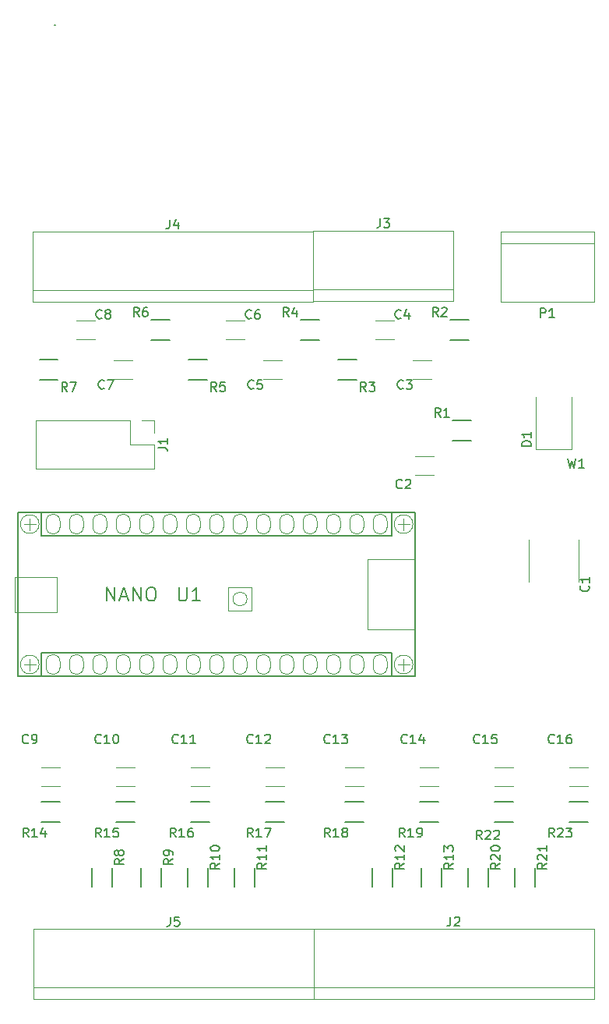
<source format=gbr>
G04 #@! TF.GenerationSoftware,KiCad,Pcbnew,5.0.2+dfsg1-1*
G04 #@! TF.CreationDate,2021-01-22T14:28:10+01:00*
G04 #@! TF.ProjectId,wat,7761742e-6b69-4636-9164-5f7063625858,rev?*
G04 #@! TF.SameCoordinates,Original*
G04 #@! TF.FileFunction,Legend,Top*
G04 #@! TF.FilePolarity,Positive*
%FSLAX46Y46*%
G04 Gerber Fmt 4.6, Leading zero omitted, Abs format (unit mm)*
G04 Created by KiCad (PCBNEW 5.0.2+dfsg1-1) date vie 22 ene 2021 14:28:10 CET*
%MOMM*%
%LPD*%
G01*
G04 APERTURE LIST*
%ADD10C,0.200000*%
%ADD11C,0.120000*%
%ADD12C,0.150000*%
%ADD13C,0.010000*%
%ADD14C,0.100000*%
G04 APERTURE END LIST*
D10*
X66268600Y-53035200D02*
X66217800Y-53035200D01*
D11*
G04 #@! TO.C,C11*
X81010000Y-135640000D02*
X83010000Y-135640000D01*
X83010000Y-133600000D02*
X81010000Y-133600000D01*
G04 #@! TO.C,J4*
X63855600Y-83032600D02*
X94335600Y-83032600D01*
X63855600Y-75412600D02*
X94335600Y-75412600D01*
X63855600Y-81762600D02*
X94335600Y-81762600D01*
X94335600Y-83032600D02*
X94335600Y-75412600D01*
X63855600Y-75412600D02*
X63855600Y-83032600D01*
G04 #@! TO.C,C1*
X117729500Y-108888500D02*
X117729500Y-113488500D01*
X123189500Y-113488500D02*
X123189500Y-108888500D01*
G04 #@! TO.C,C2*
X107426000Y-99818000D02*
X105426000Y-99818000D01*
X105426000Y-101858000D02*
X107426000Y-101858000D01*
G04 #@! TO.C,C5*
X90916000Y-89404000D02*
X88916000Y-89404000D01*
X88916000Y-91444000D02*
X90916000Y-91444000D01*
G04 #@! TO.C,C6*
X86852000Y-85086000D02*
X84852000Y-85086000D01*
X84852000Y-87126000D02*
X86852000Y-87126000D01*
G04 #@! TO.C,C7*
X74660000Y-89404000D02*
X72660000Y-89404000D01*
X72660000Y-91444000D02*
X74660000Y-91444000D01*
G04 #@! TO.C,C8*
X70596000Y-85086000D02*
X68596000Y-85086000D01*
X68596000Y-87126000D02*
X70596000Y-87126000D01*
G04 #@! TO.C,C9*
X66786000Y-133600000D02*
X64786000Y-133600000D01*
X64786000Y-135640000D02*
X66786000Y-135640000D01*
G04 #@! TO.C,C10*
X72914000Y-135640000D02*
X74914000Y-135640000D01*
X74914000Y-133600000D02*
X72914000Y-133600000D01*
G04 #@! TO.C,C12*
X91170000Y-133600000D02*
X89170000Y-133600000D01*
X89170000Y-135640000D02*
X91170000Y-135640000D01*
G04 #@! TO.C,C13*
X99806000Y-133600000D02*
X97806000Y-133600000D01*
X97806000Y-135640000D02*
X99806000Y-135640000D01*
G04 #@! TO.C,C14*
X105934000Y-135640000D02*
X107934000Y-135640000D01*
X107934000Y-133600000D02*
X105934000Y-133600000D01*
G04 #@! TO.C,C15*
X116062000Y-133600000D02*
X114062000Y-133600000D01*
X114062000Y-135640000D02*
X116062000Y-135640000D01*
G04 #@! TO.C,C16*
X122190000Y-135640000D02*
X124190000Y-135640000D01*
X124190000Y-133600000D02*
X122190000Y-133600000D01*
G04 #@! TO.C,J1*
X77022000Y-95952000D02*
X77022000Y-97282000D01*
X75692000Y-95952000D02*
X77022000Y-95952000D01*
X77022000Y-98552000D02*
X77022000Y-101152000D01*
X74422000Y-98552000D02*
X77022000Y-98552000D01*
X74422000Y-95952000D02*
X74422000Y-98552000D01*
X77022000Y-101152000D02*
X64202000Y-101152000D01*
X74422000Y-95952000D02*
X64202000Y-95952000D01*
X64202000Y-95952000D02*
X64202000Y-101152000D01*
G04 #@! TO.C,J2*
X94386400Y-158724600D02*
X124866400Y-158724600D01*
X94386400Y-151104600D02*
X124866400Y-151104600D01*
X94386400Y-157454600D02*
X124866400Y-157454600D01*
X124866400Y-158724600D02*
X124866400Y-151104600D01*
X94386400Y-151104600D02*
X94386400Y-158724600D01*
G04 #@! TO.C,J3*
X94335600Y-83007200D02*
X94335600Y-75387200D01*
X109575600Y-83007200D02*
X109575600Y-75387200D01*
X94335600Y-81737200D02*
X109575600Y-81737200D01*
X94335600Y-75387200D02*
X109575600Y-75387200D01*
X94335600Y-83007200D02*
X109575600Y-83007200D01*
G04 #@! TO.C,J5*
X63931800Y-151130000D02*
X63931800Y-158750000D01*
X94411800Y-158750000D02*
X94411800Y-151130000D01*
X63931800Y-157480000D02*
X94411800Y-157480000D01*
X63931800Y-151130000D02*
X94411800Y-151130000D01*
X63931800Y-158750000D02*
X94411800Y-158750000D01*
G04 #@! TO.C,P1*
X124841000Y-75412600D02*
X114681000Y-75412600D01*
X124841000Y-83032600D02*
X124841000Y-75412600D01*
X114681000Y-83032600D02*
X124841000Y-83032600D01*
X114681000Y-75412600D02*
X114681000Y-83032600D01*
X114681000Y-76682600D02*
X124841000Y-76682600D01*
D12*
G04 #@! TO.C,R1*
X111490000Y-98103000D02*
X109490000Y-98103000D01*
X109490000Y-95953000D02*
X111490000Y-95953000D01*
G04 #@! TO.C,R3*
X97044000Y-89349000D02*
X99044000Y-89349000D01*
X99044000Y-91499000D02*
X97044000Y-91499000D01*
G04 #@! TO.C,R4*
X92980000Y-85031000D02*
X94980000Y-85031000D01*
X94980000Y-87181000D02*
X92980000Y-87181000D01*
G04 #@! TO.C,R5*
X80788000Y-89349000D02*
X82788000Y-89349000D01*
X82788000Y-91499000D02*
X80788000Y-91499000D01*
G04 #@! TO.C,R6*
X76724000Y-85031000D02*
X78724000Y-85031000D01*
X78724000Y-87181000D02*
X76724000Y-87181000D01*
G04 #@! TO.C,R7*
X64564000Y-89349000D02*
X66564000Y-89349000D01*
X66564000Y-91499000D02*
X64564000Y-91499000D01*
G04 #@! TO.C,R8*
X70299000Y-146542000D02*
X70299000Y-144542000D01*
X72449000Y-144542000D02*
X72449000Y-146542000D01*
G04 #@! TO.C,R9*
X75633000Y-146542000D02*
X75633000Y-144542000D01*
X77783000Y-144542000D02*
X77783000Y-146542000D01*
G04 #@! TO.C,R10*
X80713000Y-146542000D02*
X80713000Y-144542000D01*
X82863000Y-144542000D02*
X82863000Y-146542000D01*
G04 #@! TO.C,R11*
X87943000Y-144542000D02*
X87943000Y-146542000D01*
X85793000Y-146542000D02*
X85793000Y-144542000D01*
G04 #@! TO.C,R12*
X100779000Y-146542000D02*
X100779000Y-144542000D01*
X102929000Y-144542000D02*
X102929000Y-146542000D01*
G04 #@! TO.C,R13*
X108263000Y-144542000D02*
X108263000Y-146542000D01*
X106113000Y-146542000D02*
X106113000Y-144542000D01*
G04 #@! TO.C,R14*
X64786000Y-137355000D02*
X66786000Y-137355000D01*
X66786000Y-139505000D02*
X64786000Y-139505000D01*
G04 #@! TO.C,R15*
X72882000Y-137355000D02*
X74882000Y-137355000D01*
X74882000Y-139505000D02*
X72882000Y-139505000D01*
G04 #@! TO.C,R16*
X83010000Y-139505000D02*
X81010000Y-139505000D01*
X81010000Y-137355000D02*
X83010000Y-137355000D01*
G04 #@! TO.C,R17*
X91170000Y-139505000D02*
X89170000Y-139505000D01*
X89170000Y-137355000D02*
X91170000Y-137355000D01*
G04 #@! TO.C,R18*
X97806000Y-137355000D02*
X99806000Y-137355000D01*
X99806000Y-139505000D02*
X97806000Y-139505000D01*
G04 #@! TO.C,R19*
X107934000Y-139505000D02*
X105934000Y-139505000D01*
X105934000Y-137355000D02*
X107934000Y-137355000D01*
G04 #@! TO.C,R20*
X113343000Y-144542000D02*
X113343000Y-146542000D01*
X111193000Y-146542000D02*
X111193000Y-144542000D01*
G04 #@! TO.C,R21*
X118423000Y-144542000D02*
X118423000Y-146542000D01*
X116273000Y-146542000D02*
X116273000Y-144542000D01*
G04 #@! TO.C,R22*
X114062000Y-137355000D02*
X116062000Y-137355000D01*
X116062000Y-139505000D02*
X114062000Y-139505000D01*
G04 #@! TO.C,R23*
X122190000Y-137355000D02*
X124190000Y-137355000D01*
X124190000Y-139505000D02*
X122190000Y-139505000D01*
D11*
G04 #@! TO.C,C3*
X105172000Y-91444000D02*
X107172000Y-91444000D01*
X107172000Y-89404000D02*
X105172000Y-89404000D01*
G04 #@! TO.C,C4*
X101108000Y-87126000D02*
X103108000Y-87126000D01*
X103108000Y-85086000D02*
X101108000Y-85086000D01*
G04 #@! TO.C,D1*
X118509500Y-99027500D02*
X118509500Y-93417500D01*
X122409500Y-99027500D02*
X122409500Y-93417500D01*
X118509500Y-99027500D02*
X122409500Y-99027500D01*
D12*
G04 #@! TO.C,R2*
X109236000Y-85031000D02*
X111236000Y-85031000D01*
X111236000Y-87181000D02*
X109236000Y-87181000D01*
D13*
G04 #@! TO.C,U1*
X105156000Y-122428000D02*
G75*
G03X105156000Y-122428000I-1016000J0D01*
G01*
X105156000Y-107188000D02*
G75*
G03X105156000Y-107188000I-1016000J0D01*
G01*
X64516000Y-107188000D02*
G75*
G03X64516000Y-107188000I-1016000J0D01*
G01*
X64516000Y-122428000D02*
G75*
G03X64516000Y-122428000I-1016000J0D01*
G01*
D12*
X64770000Y-121158000D02*
X102870000Y-121158000D01*
X64770000Y-123698000D02*
X64770000Y-121158000D01*
X102870000Y-123698000D02*
X64770000Y-123698000D01*
X102870000Y-121158000D02*
X102870000Y-123698000D01*
X102870000Y-105918000D02*
X64770000Y-105918000D01*
X102870000Y-108458000D02*
X102870000Y-105918000D01*
X64770000Y-108458000D02*
X102870000Y-108458000D01*
X64770000Y-105918000D02*
X64770000Y-108458000D01*
D13*
X104775000Y-107188000D02*
X103505000Y-107188000D01*
X104140000Y-106553000D02*
X104140000Y-107823000D01*
X104775000Y-122428000D02*
X103505000Y-122428000D01*
X104140000Y-121793000D02*
X104140000Y-123063000D01*
X64135000Y-107188000D02*
X62865000Y-107188000D01*
X63500000Y-106553000D02*
X63500000Y-107823000D01*
X64135000Y-122428000D02*
X62865000Y-122428000D01*
X63500000Y-121793000D02*
X63500000Y-123063000D01*
D12*
X105410000Y-105918000D02*
X62230000Y-105918000D01*
X105410000Y-123698000D02*
X105410000Y-105918000D01*
X62230000Y-123698000D02*
X105410000Y-123698000D01*
X62230000Y-105918000D02*
X62230000Y-123698000D01*
D13*
X100203000Y-110998000D02*
X105283000Y-110998000D01*
X100203000Y-118618000D02*
X100203000Y-110998000D01*
X105283000Y-118618000D02*
X100203000Y-118618000D01*
X105283000Y-110998000D02*
X105283000Y-118618000D01*
X87122000Y-115316000D02*
G75*
G03X87122000Y-115316000I-762000J0D01*
G01*
X87630000Y-114046000D02*
X85090000Y-114046000D01*
X87630000Y-116586000D02*
X87630000Y-114046000D01*
X85090000Y-116586000D02*
X87630000Y-116586000D01*
X85090000Y-114046000D02*
X85090000Y-116586000D01*
X61849000Y-116713000D02*
X61849000Y-112903000D01*
X66421000Y-116713000D02*
X61849000Y-116713000D01*
X66421000Y-112903000D02*
X66421000Y-116713000D01*
X61849000Y-112903000D02*
X66421000Y-112903000D01*
G04 #@! TD*
D14*
X90702600Y-122072400D02*
X90702600Y-122783600D01*
X92177400Y-122072400D02*
X92177400Y-122783600D01*
X90702600Y-122783600D02*
G75*
G03X92177400Y-122783600I737400J0D01*
G01*
X92177400Y-122072400D02*
G75*
G03X90702600Y-122072400I-737400J0D01*
G01*
X88162600Y-122072400D02*
X88162600Y-122783600D01*
X89637400Y-122072400D02*
X89637400Y-122783600D01*
X88162600Y-122783600D02*
G75*
G03X89637400Y-122783600I737400J0D01*
G01*
X89637400Y-122072400D02*
G75*
G03X88162600Y-122072400I-737400J0D01*
G01*
X85622600Y-122072400D02*
X85622600Y-122783600D01*
X87097400Y-122072400D02*
X87097400Y-122783600D01*
X85622600Y-122783600D02*
G75*
G03X87097400Y-122783600I737400J0D01*
G01*
X87097400Y-122072400D02*
G75*
G03X85622600Y-122072400I-737400J0D01*
G01*
X83082600Y-122072400D02*
X83082600Y-122783600D01*
X84557400Y-122072400D02*
X84557400Y-122783600D01*
X83082600Y-122783600D02*
G75*
G03X84557400Y-122783600I737400J0D01*
G01*
X84557400Y-122072400D02*
G75*
G03X83082600Y-122072400I-737400J0D01*
G01*
X80542600Y-122072400D02*
X80542600Y-122783600D01*
X82017400Y-122072400D02*
X82017400Y-122783600D01*
X80542600Y-122783600D02*
G75*
G03X82017400Y-122783600I737400J0D01*
G01*
X82017400Y-122072400D02*
G75*
G03X80542600Y-122072400I-737400J0D01*
G01*
X78002600Y-122072400D02*
X78002600Y-122783600D01*
X79477400Y-122072400D02*
X79477400Y-122783600D01*
X78002600Y-122783600D02*
G75*
G03X79477400Y-122783600I737400J0D01*
G01*
X79477400Y-122072400D02*
G75*
G03X78002600Y-122072400I-737400J0D01*
G01*
X75462600Y-122072400D02*
X75462600Y-122783600D01*
X76937400Y-122072400D02*
X76937400Y-122783600D01*
X75462600Y-122783600D02*
G75*
G03X76937400Y-122783600I737400J0D01*
G01*
X76937400Y-122072400D02*
G75*
G03X75462600Y-122072400I-737400J0D01*
G01*
X65302600Y-122072400D02*
X65302600Y-122783600D01*
X66777400Y-122072400D02*
X66777400Y-122783600D01*
X65302600Y-122783600D02*
G75*
G03X66777400Y-122783600I737400J0D01*
G01*
X66777400Y-122072400D02*
G75*
G03X65302600Y-122072400I-737400J0D01*
G01*
X65302600Y-106832400D02*
X65302600Y-107543600D01*
X66777400Y-106832400D02*
X66777400Y-107543600D01*
X65302600Y-107543600D02*
G75*
G03X66777400Y-107543600I737400J0D01*
G01*
X66777400Y-106832400D02*
G75*
G03X65302600Y-106832400I-737400J0D01*
G01*
X67842600Y-106832400D02*
X67842600Y-107543600D01*
X69317400Y-106832400D02*
X69317400Y-107543600D01*
X67842600Y-107543600D02*
G75*
G03X69317400Y-107543600I737400J0D01*
G01*
X69317400Y-106832400D02*
G75*
G03X67842600Y-106832400I-737400J0D01*
G01*
X70382600Y-106832400D02*
X70382600Y-107543600D01*
X71857400Y-106832400D02*
X71857400Y-107543600D01*
X70382600Y-107543600D02*
G75*
G03X71857400Y-107543600I737400J0D01*
G01*
X71857400Y-106832400D02*
G75*
G03X70382600Y-106832400I-737400J0D01*
G01*
X72922600Y-106832400D02*
X72922600Y-107543600D01*
X74397400Y-106832400D02*
X74397400Y-107543600D01*
X72922600Y-107543600D02*
G75*
G03X74397400Y-107543600I737400J0D01*
G01*
X74397400Y-106832400D02*
G75*
G03X72922600Y-106832400I-737400J0D01*
G01*
X75462600Y-106832400D02*
X75462600Y-107543600D01*
X76937400Y-106832400D02*
X76937400Y-107543600D01*
X75462600Y-107543600D02*
G75*
G03X76937400Y-107543600I737400J0D01*
G01*
X76937400Y-106832400D02*
G75*
G03X75462600Y-106832400I-737400J0D01*
G01*
X78002600Y-106832400D02*
X78002600Y-107543600D01*
X79477400Y-106832400D02*
X79477400Y-107543600D01*
X78002600Y-107543600D02*
G75*
G03X79477400Y-107543600I737400J0D01*
G01*
X79477400Y-106832400D02*
G75*
G03X78002600Y-106832400I-737400J0D01*
G01*
X80542600Y-106832400D02*
X80542600Y-107543600D01*
X82017400Y-106832400D02*
X82017400Y-107543600D01*
X80542600Y-107543600D02*
G75*
G03X82017400Y-107543600I737400J0D01*
G01*
X82017400Y-106832400D02*
G75*
G03X80542600Y-106832400I-737400J0D01*
G01*
X83082600Y-106832400D02*
X83082600Y-107543600D01*
X84557400Y-106832400D02*
X84557400Y-107543600D01*
X83082600Y-107543600D02*
G75*
G03X84557400Y-107543600I737400J0D01*
G01*
X84557400Y-106832400D02*
G75*
G03X83082600Y-106832400I-737400J0D01*
G01*
X85622600Y-106832400D02*
X85622600Y-107543600D01*
X87097400Y-106832400D02*
X87097400Y-107543600D01*
X85622600Y-107543600D02*
G75*
G03X87097400Y-107543600I737400J0D01*
G01*
X87097400Y-106832400D02*
G75*
G03X85622600Y-106832400I-737400J0D01*
G01*
X88162600Y-106832400D02*
X88162600Y-107543600D01*
X89637400Y-106832400D02*
X89637400Y-107543600D01*
X88162600Y-107543600D02*
G75*
G03X89637400Y-107543600I737400J0D01*
G01*
X89637400Y-106832400D02*
G75*
G03X88162600Y-106832400I-737400J0D01*
G01*
X90702600Y-106832400D02*
X90702600Y-107543600D01*
X92177400Y-106832400D02*
X92177400Y-107543600D01*
X90702600Y-107543600D02*
G75*
G03X92177400Y-107543600I737400J0D01*
G01*
X92177400Y-106832400D02*
G75*
G03X90702600Y-106832400I-737400J0D01*
G01*
X100862600Y-106832400D02*
X100862600Y-107543600D01*
X102337400Y-106832400D02*
X102337400Y-107543600D01*
X100862600Y-107543600D02*
G75*
G03X102337400Y-107543600I737400J0D01*
G01*
X102337400Y-106832400D02*
G75*
G03X100862600Y-106832400I-737400J0D01*
G01*
X67842600Y-122072400D02*
X67842600Y-122783600D01*
X69317400Y-122072400D02*
X69317400Y-122783600D01*
X67842600Y-122783600D02*
G75*
G03X69317400Y-122783600I737400J0D01*
G01*
X69317400Y-122072400D02*
G75*
G03X67842600Y-122072400I-737400J0D01*
G01*
X70382600Y-122072400D02*
X70382600Y-122783600D01*
X71857400Y-122072400D02*
X71857400Y-122783600D01*
X70382600Y-122783600D02*
G75*
G03X71857400Y-122783600I737400J0D01*
G01*
X71857400Y-122072400D02*
G75*
G03X70382600Y-122072400I-737400J0D01*
G01*
X72922600Y-122072400D02*
X72922600Y-122783600D01*
X74397400Y-122072400D02*
X74397400Y-122783600D01*
X72922600Y-122783600D02*
G75*
G03X74397400Y-122783600I737400J0D01*
G01*
X74397400Y-122072400D02*
G75*
G03X72922600Y-122072400I-737400J0D01*
G01*
X93242600Y-122072400D02*
X93242600Y-122783600D01*
X94717400Y-122072400D02*
X94717400Y-122783600D01*
X93242600Y-122783600D02*
G75*
G03X94717400Y-122783600I737400J0D01*
G01*
X94717400Y-122072400D02*
G75*
G03X93242600Y-122072400I-737400J0D01*
G01*
X95782600Y-122072400D02*
X95782600Y-122783600D01*
X97257400Y-122072400D02*
X97257400Y-122783600D01*
X95782600Y-122783600D02*
G75*
G03X97257400Y-122783600I737400J0D01*
G01*
X97257400Y-122072400D02*
G75*
G03X95782600Y-122072400I-737400J0D01*
G01*
X98322600Y-122072400D02*
X98322600Y-122783600D01*
X99797400Y-122072400D02*
X99797400Y-122783600D01*
X98322600Y-122783600D02*
G75*
G03X99797400Y-122783600I737400J0D01*
G01*
X99797400Y-122072400D02*
G75*
G03X98322600Y-122072400I-737400J0D01*
G01*
X100862600Y-122072400D02*
X100862600Y-122783600D01*
X102337400Y-122072400D02*
X102337400Y-122783600D01*
X100862600Y-122783600D02*
G75*
G03X102337400Y-122783600I737400J0D01*
G01*
X102337400Y-122072400D02*
G75*
G03X100862600Y-122072400I-737400J0D01*
G01*
X93242600Y-106832400D02*
X93242600Y-107543600D01*
X94717400Y-106832400D02*
X94717400Y-107543600D01*
X93242600Y-107543600D02*
G75*
G03X94717400Y-107543600I737400J0D01*
G01*
X94717400Y-106832400D02*
G75*
G03X93242600Y-106832400I-737400J0D01*
G01*
X95782600Y-106832400D02*
X95782600Y-107543600D01*
X97257400Y-106832400D02*
X97257400Y-107543600D01*
X95782600Y-107543600D02*
G75*
G03X97257400Y-107543600I737400J0D01*
G01*
X97257400Y-106832400D02*
G75*
G03X95782600Y-106832400I-737400J0D01*
G01*
X98322600Y-106832400D02*
X98322600Y-107543600D01*
X99797400Y-106832400D02*
X99797400Y-107543600D01*
X98322600Y-107543600D02*
G75*
G03X99797400Y-107543600I737400J0D01*
G01*
X99797400Y-106832400D02*
G75*
G03X98322600Y-106832400I-737400J0D01*
G01*
G04 #@! TO.C,C11*
D12*
X79621142Y-130913142D02*
X79573523Y-130960761D01*
X79430666Y-131008380D01*
X79335428Y-131008380D01*
X79192571Y-130960761D01*
X79097333Y-130865523D01*
X79049714Y-130770285D01*
X79002095Y-130579809D01*
X79002095Y-130436952D01*
X79049714Y-130246476D01*
X79097333Y-130151238D01*
X79192571Y-130056000D01*
X79335428Y-130008380D01*
X79430666Y-130008380D01*
X79573523Y-130056000D01*
X79621142Y-130103619D01*
X80573523Y-131008380D02*
X80002095Y-131008380D01*
X80287809Y-131008380D02*
X80287809Y-130008380D01*
X80192571Y-130151238D01*
X80097333Y-130246476D01*
X80002095Y-130294095D01*
X81525904Y-131008380D02*
X80954476Y-131008380D01*
X81240190Y-131008380D02*
X81240190Y-130008380D01*
X81144952Y-130151238D01*
X81049714Y-130246476D01*
X80954476Y-130294095D01*
G04 #@! TO.C,J4*
X78712266Y-74124980D02*
X78712266Y-74839266D01*
X78664647Y-74982123D01*
X78569409Y-75077361D01*
X78426552Y-75124980D01*
X78331314Y-75124980D01*
X79617028Y-74458314D02*
X79617028Y-75124980D01*
X79378933Y-74077361D02*
X79140838Y-74791647D01*
X79759885Y-74791647D01*
G04 #@! TO.C,C1*
X124241642Y-113875166D02*
X124289261Y-113922785D01*
X124336880Y-114065642D01*
X124336880Y-114160880D01*
X124289261Y-114303738D01*
X124194023Y-114398976D01*
X124098785Y-114446595D01*
X123908309Y-114494214D01*
X123765452Y-114494214D01*
X123574976Y-114446595D01*
X123479738Y-114398976D01*
X123384500Y-114303738D01*
X123336880Y-114160880D01*
X123336880Y-114065642D01*
X123384500Y-113922785D01*
X123432119Y-113875166D01*
X124336880Y-112922785D02*
X124336880Y-113494214D01*
X124336880Y-113208500D02*
X123336880Y-113208500D01*
X123479738Y-113303738D01*
X123574976Y-113398976D01*
X123622595Y-113494214D01*
G04 #@! TO.C,C2*
X103973333Y-103227142D02*
X103925714Y-103274761D01*
X103782857Y-103322380D01*
X103687619Y-103322380D01*
X103544761Y-103274761D01*
X103449523Y-103179523D01*
X103401904Y-103084285D01*
X103354285Y-102893809D01*
X103354285Y-102750952D01*
X103401904Y-102560476D01*
X103449523Y-102465238D01*
X103544761Y-102370000D01*
X103687619Y-102322380D01*
X103782857Y-102322380D01*
X103925714Y-102370000D01*
X103973333Y-102417619D01*
X104354285Y-102417619D02*
X104401904Y-102370000D01*
X104497142Y-102322380D01*
X104735238Y-102322380D01*
X104830476Y-102370000D01*
X104878095Y-102417619D01*
X104925714Y-102512857D01*
X104925714Y-102608095D01*
X104878095Y-102750952D01*
X104306666Y-103322380D01*
X104925714Y-103322380D01*
G04 #@! TO.C,C5*
X87844333Y-92432142D02*
X87796714Y-92479761D01*
X87653857Y-92527380D01*
X87558619Y-92527380D01*
X87415761Y-92479761D01*
X87320523Y-92384523D01*
X87272904Y-92289285D01*
X87225285Y-92098809D01*
X87225285Y-91955952D01*
X87272904Y-91765476D01*
X87320523Y-91670238D01*
X87415761Y-91575000D01*
X87558619Y-91527380D01*
X87653857Y-91527380D01*
X87796714Y-91575000D01*
X87844333Y-91622619D01*
X88749095Y-91527380D02*
X88272904Y-91527380D01*
X88225285Y-92003571D01*
X88272904Y-91955952D01*
X88368142Y-91908333D01*
X88606238Y-91908333D01*
X88701476Y-91955952D01*
X88749095Y-92003571D01*
X88796714Y-92098809D01*
X88796714Y-92336904D01*
X88749095Y-92432142D01*
X88701476Y-92479761D01*
X88606238Y-92527380D01*
X88368142Y-92527380D01*
X88272904Y-92479761D01*
X88225285Y-92432142D01*
G04 #@! TO.C,C6*
X87590333Y-84812142D02*
X87542714Y-84859761D01*
X87399857Y-84907380D01*
X87304619Y-84907380D01*
X87161761Y-84859761D01*
X87066523Y-84764523D01*
X87018904Y-84669285D01*
X86971285Y-84478809D01*
X86971285Y-84335952D01*
X87018904Y-84145476D01*
X87066523Y-84050238D01*
X87161761Y-83955000D01*
X87304619Y-83907380D01*
X87399857Y-83907380D01*
X87542714Y-83955000D01*
X87590333Y-84002619D01*
X88447476Y-83907380D02*
X88257000Y-83907380D01*
X88161761Y-83955000D01*
X88114142Y-84002619D01*
X88018904Y-84145476D01*
X87971285Y-84335952D01*
X87971285Y-84716904D01*
X88018904Y-84812142D01*
X88066523Y-84859761D01*
X88161761Y-84907380D01*
X88352238Y-84907380D01*
X88447476Y-84859761D01*
X88495095Y-84812142D01*
X88542714Y-84716904D01*
X88542714Y-84478809D01*
X88495095Y-84383571D01*
X88447476Y-84335952D01*
X88352238Y-84288333D01*
X88161761Y-84288333D01*
X88066523Y-84335952D01*
X88018904Y-84383571D01*
X87971285Y-84478809D01*
G04 #@! TO.C,C7*
X71588333Y-92432142D02*
X71540714Y-92479761D01*
X71397857Y-92527380D01*
X71302619Y-92527380D01*
X71159761Y-92479761D01*
X71064523Y-92384523D01*
X71016904Y-92289285D01*
X70969285Y-92098809D01*
X70969285Y-91955952D01*
X71016904Y-91765476D01*
X71064523Y-91670238D01*
X71159761Y-91575000D01*
X71302619Y-91527380D01*
X71397857Y-91527380D01*
X71540714Y-91575000D01*
X71588333Y-91622619D01*
X71921666Y-91527380D02*
X72588333Y-91527380D01*
X72159761Y-92527380D01*
G04 #@! TO.C,C8*
X71334333Y-84812142D02*
X71286714Y-84859761D01*
X71143857Y-84907380D01*
X71048619Y-84907380D01*
X70905761Y-84859761D01*
X70810523Y-84764523D01*
X70762904Y-84669285D01*
X70715285Y-84478809D01*
X70715285Y-84335952D01*
X70762904Y-84145476D01*
X70810523Y-84050238D01*
X70905761Y-83955000D01*
X71048619Y-83907380D01*
X71143857Y-83907380D01*
X71286714Y-83955000D01*
X71334333Y-84002619D01*
X71905761Y-84335952D02*
X71810523Y-84288333D01*
X71762904Y-84240714D01*
X71715285Y-84145476D01*
X71715285Y-84097857D01*
X71762904Y-84002619D01*
X71810523Y-83955000D01*
X71905761Y-83907380D01*
X72096238Y-83907380D01*
X72191476Y-83955000D01*
X72239095Y-84002619D01*
X72286714Y-84097857D01*
X72286714Y-84145476D01*
X72239095Y-84240714D01*
X72191476Y-84288333D01*
X72096238Y-84335952D01*
X71905761Y-84335952D01*
X71810523Y-84383571D01*
X71762904Y-84431190D01*
X71715285Y-84526428D01*
X71715285Y-84716904D01*
X71762904Y-84812142D01*
X71810523Y-84859761D01*
X71905761Y-84907380D01*
X72096238Y-84907380D01*
X72191476Y-84859761D01*
X72239095Y-84812142D01*
X72286714Y-84716904D01*
X72286714Y-84526428D01*
X72239095Y-84431190D01*
X72191476Y-84383571D01*
X72096238Y-84335952D01*
G04 #@! TO.C,C9*
X63333333Y-130913142D02*
X63285714Y-130960761D01*
X63142857Y-131008380D01*
X63047619Y-131008380D01*
X62904761Y-130960761D01*
X62809523Y-130865523D01*
X62761904Y-130770285D01*
X62714285Y-130579809D01*
X62714285Y-130436952D01*
X62761904Y-130246476D01*
X62809523Y-130151238D01*
X62904761Y-130056000D01*
X63047619Y-130008380D01*
X63142857Y-130008380D01*
X63285714Y-130056000D01*
X63333333Y-130103619D01*
X63809523Y-131008380D02*
X64000000Y-131008380D01*
X64095238Y-130960761D01*
X64142857Y-130913142D01*
X64238095Y-130770285D01*
X64285714Y-130579809D01*
X64285714Y-130198857D01*
X64238095Y-130103619D01*
X64190476Y-130056000D01*
X64095238Y-130008380D01*
X63904761Y-130008380D01*
X63809523Y-130056000D01*
X63761904Y-130103619D01*
X63714285Y-130198857D01*
X63714285Y-130436952D01*
X63761904Y-130532190D01*
X63809523Y-130579809D01*
X63904761Y-130627428D01*
X64095238Y-130627428D01*
X64190476Y-130579809D01*
X64238095Y-130532190D01*
X64285714Y-130436952D01*
G04 #@! TO.C,C10*
X71239142Y-130913142D02*
X71191523Y-130960761D01*
X71048666Y-131008380D01*
X70953428Y-131008380D01*
X70810571Y-130960761D01*
X70715333Y-130865523D01*
X70667714Y-130770285D01*
X70620095Y-130579809D01*
X70620095Y-130436952D01*
X70667714Y-130246476D01*
X70715333Y-130151238D01*
X70810571Y-130056000D01*
X70953428Y-130008380D01*
X71048666Y-130008380D01*
X71191523Y-130056000D01*
X71239142Y-130103619D01*
X72191523Y-131008380D02*
X71620095Y-131008380D01*
X71905809Y-131008380D02*
X71905809Y-130008380D01*
X71810571Y-130151238D01*
X71715333Y-130246476D01*
X71620095Y-130294095D01*
X72810571Y-130008380D02*
X72905809Y-130008380D01*
X73001047Y-130056000D01*
X73048666Y-130103619D01*
X73096285Y-130198857D01*
X73143904Y-130389333D01*
X73143904Y-130627428D01*
X73096285Y-130817904D01*
X73048666Y-130913142D01*
X73001047Y-130960761D01*
X72905809Y-131008380D01*
X72810571Y-131008380D01*
X72715333Y-130960761D01*
X72667714Y-130913142D01*
X72620095Y-130817904D01*
X72572476Y-130627428D01*
X72572476Y-130389333D01*
X72620095Y-130198857D01*
X72667714Y-130103619D01*
X72715333Y-130056000D01*
X72810571Y-130008380D01*
G04 #@! TO.C,C12*
X87749142Y-130913142D02*
X87701523Y-130960761D01*
X87558666Y-131008380D01*
X87463428Y-131008380D01*
X87320571Y-130960761D01*
X87225333Y-130865523D01*
X87177714Y-130770285D01*
X87130095Y-130579809D01*
X87130095Y-130436952D01*
X87177714Y-130246476D01*
X87225333Y-130151238D01*
X87320571Y-130056000D01*
X87463428Y-130008380D01*
X87558666Y-130008380D01*
X87701523Y-130056000D01*
X87749142Y-130103619D01*
X88701523Y-131008380D02*
X88130095Y-131008380D01*
X88415809Y-131008380D02*
X88415809Y-130008380D01*
X88320571Y-130151238D01*
X88225333Y-130246476D01*
X88130095Y-130294095D01*
X89082476Y-130103619D02*
X89130095Y-130056000D01*
X89225333Y-130008380D01*
X89463428Y-130008380D01*
X89558666Y-130056000D01*
X89606285Y-130103619D01*
X89653904Y-130198857D01*
X89653904Y-130294095D01*
X89606285Y-130436952D01*
X89034857Y-131008380D01*
X89653904Y-131008380D01*
G04 #@! TO.C,C13*
X96131142Y-130913142D02*
X96083523Y-130960761D01*
X95940666Y-131008380D01*
X95845428Y-131008380D01*
X95702571Y-130960761D01*
X95607333Y-130865523D01*
X95559714Y-130770285D01*
X95512095Y-130579809D01*
X95512095Y-130436952D01*
X95559714Y-130246476D01*
X95607333Y-130151238D01*
X95702571Y-130056000D01*
X95845428Y-130008380D01*
X95940666Y-130008380D01*
X96083523Y-130056000D01*
X96131142Y-130103619D01*
X97083523Y-131008380D02*
X96512095Y-131008380D01*
X96797809Y-131008380D02*
X96797809Y-130008380D01*
X96702571Y-130151238D01*
X96607333Y-130246476D01*
X96512095Y-130294095D01*
X97416857Y-130008380D02*
X98035904Y-130008380D01*
X97702571Y-130389333D01*
X97845428Y-130389333D01*
X97940666Y-130436952D01*
X97988285Y-130484571D01*
X98035904Y-130579809D01*
X98035904Y-130817904D01*
X97988285Y-130913142D01*
X97940666Y-130960761D01*
X97845428Y-131008380D01*
X97559714Y-131008380D01*
X97464476Y-130960761D01*
X97416857Y-130913142D01*
G04 #@! TO.C,C14*
X104513142Y-130913142D02*
X104465523Y-130960761D01*
X104322666Y-131008380D01*
X104227428Y-131008380D01*
X104084571Y-130960761D01*
X103989333Y-130865523D01*
X103941714Y-130770285D01*
X103894095Y-130579809D01*
X103894095Y-130436952D01*
X103941714Y-130246476D01*
X103989333Y-130151238D01*
X104084571Y-130056000D01*
X104227428Y-130008380D01*
X104322666Y-130008380D01*
X104465523Y-130056000D01*
X104513142Y-130103619D01*
X105465523Y-131008380D02*
X104894095Y-131008380D01*
X105179809Y-131008380D02*
X105179809Y-130008380D01*
X105084571Y-130151238D01*
X104989333Y-130246476D01*
X104894095Y-130294095D01*
X106322666Y-130341714D02*
X106322666Y-131008380D01*
X106084571Y-129960761D02*
X105846476Y-130675047D01*
X106465523Y-130675047D01*
G04 #@! TO.C,C15*
X112387142Y-130913142D02*
X112339523Y-130960761D01*
X112196666Y-131008380D01*
X112101428Y-131008380D01*
X111958571Y-130960761D01*
X111863333Y-130865523D01*
X111815714Y-130770285D01*
X111768095Y-130579809D01*
X111768095Y-130436952D01*
X111815714Y-130246476D01*
X111863333Y-130151238D01*
X111958571Y-130056000D01*
X112101428Y-130008380D01*
X112196666Y-130008380D01*
X112339523Y-130056000D01*
X112387142Y-130103619D01*
X113339523Y-131008380D02*
X112768095Y-131008380D01*
X113053809Y-131008380D02*
X113053809Y-130008380D01*
X112958571Y-130151238D01*
X112863333Y-130246476D01*
X112768095Y-130294095D01*
X114244285Y-130008380D02*
X113768095Y-130008380D01*
X113720476Y-130484571D01*
X113768095Y-130436952D01*
X113863333Y-130389333D01*
X114101428Y-130389333D01*
X114196666Y-130436952D01*
X114244285Y-130484571D01*
X114291904Y-130579809D01*
X114291904Y-130817904D01*
X114244285Y-130913142D01*
X114196666Y-130960761D01*
X114101428Y-131008380D01*
X113863333Y-131008380D01*
X113768095Y-130960761D01*
X113720476Y-130913142D01*
G04 #@! TO.C,C16*
X120515142Y-130913142D02*
X120467523Y-130960761D01*
X120324666Y-131008380D01*
X120229428Y-131008380D01*
X120086571Y-130960761D01*
X119991333Y-130865523D01*
X119943714Y-130770285D01*
X119896095Y-130579809D01*
X119896095Y-130436952D01*
X119943714Y-130246476D01*
X119991333Y-130151238D01*
X120086571Y-130056000D01*
X120229428Y-130008380D01*
X120324666Y-130008380D01*
X120467523Y-130056000D01*
X120515142Y-130103619D01*
X121467523Y-131008380D02*
X120896095Y-131008380D01*
X121181809Y-131008380D02*
X121181809Y-130008380D01*
X121086571Y-130151238D01*
X120991333Y-130246476D01*
X120896095Y-130294095D01*
X122324666Y-130008380D02*
X122134190Y-130008380D01*
X122038952Y-130056000D01*
X121991333Y-130103619D01*
X121896095Y-130246476D01*
X121848476Y-130436952D01*
X121848476Y-130817904D01*
X121896095Y-130913142D01*
X121943714Y-130960761D01*
X122038952Y-131008380D01*
X122229428Y-131008380D01*
X122324666Y-130960761D01*
X122372285Y-130913142D01*
X122419904Y-130817904D01*
X122419904Y-130579809D01*
X122372285Y-130484571D01*
X122324666Y-130436952D01*
X122229428Y-130389333D01*
X122038952Y-130389333D01*
X121943714Y-130436952D01*
X121896095Y-130484571D01*
X121848476Y-130579809D01*
G04 #@! TO.C,J1*
X77474380Y-98885333D02*
X78188666Y-98885333D01*
X78331523Y-98932952D01*
X78426761Y-99028190D01*
X78474380Y-99171047D01*
X78474380Y-99266285D01*
X78474380Y-97885333D02*
X78474380Y-98456761D01*
X78474380Y-98171047D02*
X77474380Y-98171047D01*
X77617238Y-98266285D01*
X77712476Y-98361523D01*
X77760095Y-98456761D01*
G04 #@! TO.C,J2*
X109243066Y-149816980D02*
X109243066Y-150531266D01*
X109195447Y-150674123D01*
X109100209Y-150769361D01*
X108957352Y-150816980D01*
X108862114Y-150816980D01*
X109671638Y-149912219D02*
X109719257Y-149864600D01*
X109814495Y-149816980D01*
X110052590Y-149816980D01*
X110147828Y-149864600D01*
X110195447Y-149912219D01*
X110243066Y-150007457D01*
X110243066Y-150102695D01*
X110195447Y-150245552D01*
X109624019Y-150816980D01*
X110243066Y-150816980D01*
G04 #@! TO.C,J3*
X101592266Y-73999580D02*
X101592266Y-74713866D01*
X101544647Y-74856723D01*
X101449409Y-74951961D01*
X101306552Y-74999580D01*
X101211314Y-74999580D01*
X101973219Y-73999580D02*
X102592266Y-73999580D01*
X102258933Y-74380533D01*
X102401790Y-74380533D01*
X102497028Y-74428152D01*
X102544647Y-74475771D01*
X102592266Y-74571009D01*
X102592266Y-74809104D01*
X102544647Y-74904342D01*
X102497028Y-74951961D01*
X102401790Y-74999580D01*
X102116076Y-74999580D01*
X102020838Y-74951961D01*
X101973219Y-74904342D01*
G04 #@! TO.C,J5*
X78788466Y-149842380D02*
X78788466Y-150556666D01*
X78740847Y-150699523D01*
X78645609Y-150794761D01*
X78502752Y-150842380D01*
X78407514Y-150842380D01*
X79740847Y-149842380D02*
X79264657Y-149842380D01*
X79217038Y-150318571D01*
X79264657Y-150270952D01*
X79359895Y-150223333D01*
X79597990Y-150223333D01*
X79693228Y-150270952D01*
X79740847Y-150318571D01*
X79788466Y-150413809D01*
X79788466Y-150651904D01*
X79740847Y-150747142D01*
X79693228Y-150794761D01*
X79597990Y-150842380D01*
X79359895Y-150842380D01*
X79264657Y-150794761D01*
X79217038Y-150747142D01*
G04 #@! TO.C,P1*
X119022904Y-84754980D02*
X119022904Y-83754980D01*
X119403857Y-83754980D01*
X119499095Y-83802600D01*
X119546714Y-83850219D01*
X119594333Y-83945457D01*
X119594333Y-84088314D01*
X119546714Y-84183552D01*
X119499095Y-84231171D01*
X119403857Y-84278790D01*
X119022904Y-84278790D01*
X120546714Y-84754980D02*
X119975285Y-84754980D01*
X120261000Y-84754980D02*
X120261000Y-83754980D01*
X120165761Y-83897838D01*
X120070523Y-83993076D01*
X119975285Y-84040695D01*
G04 #@! TO.C,R1*
X108145333Y-95580380D02*
X107812000Y-95104190D01*
X107573904Y-95580380D02*
X107573904Y-94580380D01*
X107954857Y-94580380D01*
X108050095Y-94628000D01*
X108097714Y-94675619D01*
X108145333Y-94770857D01*
X108145333Y-94913714D01*
X108097714Y-95008952D01*
X108050095Y-95056571D01*
X107954857Y-95104190D01*
X107573904Y-95104190D01*
X109097714Y-95580380D02*
X108526285Y-95580380D01*
X108812000Y-95580380D02*
X108812000Y-94580380D01*
X108716761Y-94723238D01*
X108621523Y-94818476D01*
X108526285Y-94866095D01*
G04 #@! TO.C,R3*
X100055333Y-92776380D02*
X99722000Y-92300190D01*
X99483904Y-92776380D02*
X99483904Y-91776380D01*
X99864857Y-91776380D01*
X99960095Y-91824000D01*
X100007714Y-91871619D01*
X100055333Y-91966857D01*
X100055333Y-92109714D01*
X100007714Y-92204952D01*
X99960095Y-92252571D01*
X99864857Y-92300190D01*
X99483904Y-92300190D01*
X100388666Y-91776380D02*
X101007714Y-91776380D01*
X100674380Y-92157333D01*
X100817238Y-92157333D01*
X100912476Y-92204952D01*
X100960095Y-92252571D01*
X101007714Y-92347809D01*
X101007714Y-92585904D01*
X100960095Y-92681142D01*
X100912476Y-92728761D01*
X100817238Y-92776380D01*
X100531523Y-92776380D01*
X100436285Y-92728761D01*
X100388666Y-92681142D01*
G04 #@! TO.C,R4*
X91635333Y-84658380D02*
X91302000Y-84182190D01*
X91063904Y-84658380D02*
X91063904Y-83658380D01*
X91444857Y-83658380D01*
X91540095Y-83706000D01*
X91587714Y-83753619D01*
X91635333Y-83848857D01*
X91635333Y-83991714D01*
X91587714Y-84086952D01*
X91540095Y-84134571D01*
X91444857Y-84182190D01*
X91063904Y-84182190D01*
X92492476Y-83991714D02*
X92492476Y-84658380D01*
X92254380Y-83610761D02*
X92016285Y-84325047D01*
X92635333Y-84325047D01*
G04 #@! TO.C,R5*
X83799333Y-92776380D02*
X83466000Y-92300190D01*
X83227904Y-92776380D02*
X83227904Y-91776380D01*
X83608857Y-91776380D01*
X83704095Y-91824000D01*
X83751714Y-91871619D01*
X83799333Y-91966857D01*
X83799333Y-92109714D01*
X83751714Y-92204952D01*
X83704095Y-92252571D01*
X83608857Y-92300190D01*
X83227904Y-92300190D01*
X84704095Y-91776380D02*
X84227904Y-91776380D01*
X84180285Y-92252571D01*
X84227904Y-92204952D01*
X84323142Y-92157333D01*
X84561238Y-92157333D01*
X84656476Y-92204952D01*
X84704095Y-92252571D01*
X84751714Y-92347809D01*
X84751714Y-92585904D01*
X84704095Y-92681142D01*
X84656476Y-92728761D01*
X84561238Y-92776380D01*
X84323142Y-92776380D01*
X84227904Y-92728761D01*
X84180285Y-92681142D01*
G04 #@! TO.C,R6*
X75379333Y-84658380D02*
X75046000Y-84182190D01*
X74807904Y-84658380D02*
X74807904Y-83658380D01*
X75188857Y-83658380D01*
X75284095Y-83706000D01*
X75331714Y-83753619D01*
X75379333Y-83848857D01*
X75379333Y-83991714D01*
X75331714Y-84086952D01*
X75284095Y-84134571D01*
X75188857Y-84182190D01*
X74807904Y-84182190D01*
X76236476Y-83658380D02*
X76046000Y-83658380D01*
X75950761Y-83706000D01*
X75903142Y-83753619D01*
X75807904Y-83896476D01*
X75760285Y-84086952D01*
X75760285Y-84467904D01*
X75807904Y-84563142D01*
X75855523Y-84610761D01*
X75950761Y-84658380D01*
X76141238Y-84658380D01*
X76236476Y-84610761D01*
X76284095Y-84563142D01*
X76331714Y-84467904D01*
X76331714Y-84229809D01*
X76284095Y-84134571D01*
X76236476Y-84086952D01*
X76141238Y-84039333D01*
X75950761Y-84039333D01*
X75855523Y-84086952D01*
X75807904Y-84134571D01*
X75760285Y-84229809D01*
G04 #@! TO.C,R7*
X67575333Y-92776380D02*
X67242000Y-92300190D01*
X67003904Y-92776380D02*
X67003904Y-91776380D01*
X67384857Y-91776380D01*
X67480095Y-91824000D01*
X67527714Y-91871619D01*
X67575333Y-91966857D01*
X67575333Y-92109714D01*
X67527714Y-92204952D01*
X67480095Y-92252571D01*
X67384857Y-92300190D01*
X67003904Y-92300190D01*
X67908666Y-91776380D02*
X68575333Y-91776380D01*
X68146761Y-92776380D01*
G04 #@! TO.C,R8*
X73726380Y-143530666D02*
X73250190Y-143864000D01*
X73726380Y-144102095D02*
X72726380Y-144102095D01*
X72726380Y-143721142D01*
X72774000Y-143625904D01*
X72821619Y-143578285D01*
X72916857Y-143530666D01*
X73059714Y-143530666D01*
X73154952Y-143578285D01*
X73202571Y-143625904D01*
X73250190Y-143721142D01*
X73250190Y-144102095D01*
X73154952Y-142959238D02*
X73107333Y-143054476D01*
X73059714Y-143102095D01*
X72964476Y-143149714D01*
X72916857Y-143149714D01*
X72821619Y-143102095D01*
X72774000Y-143054476D01*
X72726380Y-142959238D01*
X72726380Y-142768761D01*
X72774000Y-142673523D01*
X72821619Y-142625904D01*
X72916857Y-142578285D01*
X72964476Y-142578285D01*
X73059714Y-142625904D01*
X73107333Y-142673523D01*
X73154952Y-142768761D01*
X73154952Y-142959238D01*
X73202571Y-143054476D01*
X73250190Y-143102095D01*
X73345428Y-143149714D01*
X73535904Y-143149714D01*
X73631142Y-143102095D01*
X73678761Y-143054476D01*
X73726380Y-142959238D01*
X73726380Y-142768761D01*
X73678761Y-142673523D01*
X73631142Y-142625904D01*
X73535904Y-142578285D01*
X73345428Y-142578285D01*
X73250190Y-142625904D01*
X73202571Y-142673523D01*
X73154952Y-142768761D01*
G04 #@! TO.C,R9*
X79060380Y-143530666D02*
X78584190Y-143864000D01*
X79060380Y-144102095D02*
X78060380Y-144102095D01*
X78060380Y-143721142D01*
X78108000Y-143625904D01*
X78155619Y-143578285D01*
X78250857Y-143530666D01*
X78393714Y-143530666D01*
X78488952Y-143578285D01*
X78536571Y-143625904D01*
X78584190Y-143721142D01*
X78584190Y-144102095D01*
X79060380Y-143054476D02*
X79060380Y-142864000D01*
X79012761Y-142768761D01*
X78965142Y-142721142D01*
X78822285Y-142625904D01*
X78631809Y-142578285D01*
X78250857Y-142578285D01*
X78155619Y-142625904D01*
X78108000Y-142673523D01*
X78060380Y-142768761D01*
X78060380Y-142959238D01*
X78108000Y-143054476D01*
X78155619Y-143102095D01*
X78250857Y-143149714D01*
X78488952Y-143149714D01*
X78584190Y-143102095D01*
X78631809Y-143054476D01*
X78679428Y-142959238D01*
X78679428Y-142768761D01*
X78631809Y-142673523D01*
X78584190Y-142625904D01*
X78488952Y-142578285D01*
G04 #@! TO.C,R10*
X84140380Y-144006857D02*
X83664190Y-144340190D01*
X84140380Y-144578285D02*
X83140380Y-144578285D01*
X83140380Y-144197333D01*
X83188000Y-144102095D01*
X83235619Y-144054476D01*
X83330857Y-144006857D01*
X83473714Y-144006857D01*
X83568952Y-144054476D01*
X83616571Y-144102095D01*
X83664190Y-144197333D01*
X83664190Y-144578285D01*
X84140380Y-143054476D02*
X84140380Y-143625904D01*
X84140380Y-143340190D02*
X83140380Y-143340190D01*
X83283238Y-143435428D01*
X83378476Y-143530666D01*
X83426095Y-143625904D01*
X83140380Y-142435428D02*
X83140380Y-142340190D01*
X83188000Y-142244952D01*
X83235619Y-142197333D01*
X83330857Y-142149714D01*
X83521333Y-142102095D01*
X83759428Y-142102095D01*
X83949904Y-142149714D01*
X84045142Y-142197333D01*
X84092761Y-142244952D01*
X84140380Y-142340190D01*
X84140380Y-142435428D01*
X84092761Y-142530666D01*
X84045142Y-142578285D01*
X83949904Y-142625904D01*
X83759428Y-142673523D01*
X83521333Y-142673523D01*
X83330857Y-142625904D01*
X83235619Y-142578285D01*
X83188000Y-142530666D01*
X83140380Y-142435428D01*
G04 #@! TO.C,R11*
X89220380Y-144006857D02*
X88744190Y-144340190D01*
X89220380Y-144578285D02*
X88220380Y-144578285D01*
X88220380Y-144197333D01*
X88268000Y-144102095D01*
X88315619Y-144054476D01*
X88410857Y-144006857D01*
X88553714Y-144006857D01*
X88648952Y-144054476D01*
X88696571Y-144102095D01*
X88744190Y-144197333D01*
X88744190Y-144578285D01*
X89220380Y-143054476D02*
X89220380Y-143625904D01*
X89220380Y-143340190D02*
X88220380Y-143340190D01*
X88363238Y-143435428D01*
X88458476Y-143530666D01*
X88506095Y-143625904D01*
X89220380Y-142102095D02*
X89220380Y-142673523D01*
X89220380Y-142387809D02*
X88220380Y-142387809D01*
X88363238Y-142483047D01*
X88458476Y-142578285D01*
X88506095Y-142673523D01*
G04 #@! TO.C,R12*
X104206380Y-144006857D02*
X103730190Y-144340190D01*
X104206380Y-144578285D02*
X103206380Y-144578285D01*
X103206380Y-144197333D01*
X103254000Y-144102095D01*
X103301619Y-144054476D01*
X103396857Y-144006857D01*
X103539714Y-144006857D01*
X103634952Y-144054476D01*
X103682571Y-144102095D01*
X103730190Y-144197333D01*
X103730190Y-144578285D01*
X104206380Y-143054476D02*
X104206380Y-143625904D01*
X104206380Y-143340190D02*
X103206380Y-143340190D01*
X103349238Y-143435428D01*
X103444476Y-143530666D01*
X103492095Y-143625904D01*
X103301619Y-142673523D02*
X103254000Y-142625904D01*
X103206380Y-142530666D01*
X103206380Y-142292571D01*
X103254000Y-142197333D01*
X103301619Y-142149714D01*
X103396857Y-142102095D01*
X103492095Y-142102095D01*
X103634952Y-142149714D01*
X104206380Y-142721142D01*
X104206380Y-142102095D01*
G04 #@! TO.C,R13*
X109540380Y-144006857D02*
X109064190Y-144340190D01*
X109540380Y-144578285D02*
X108540380Y-144578285D01*
X108540380Y-144197333D01*
X108588000Y-144102095D01*
X108635619Y-144054476D01*
X108730857Y-144006857D01*
X108873714Y-144006857D01*
X108968952Y-144054476D01*
X109016571Y-144102095D01*
X109064190Y-144197333D01*
X109064190Y-144578285D01*
X109540380Y-143054476D02*
X109540380Y-143625904D01*
X109540380Y-143340190D02*
X108540380Y-143340190D01*
X108683238Y-143435428D01*
X108778476Y-143530666D01*
X108826095Y-143625904D01*
X108540380Y-142721142D02*
X108540380Y-142102095D01*
X108921333Y-142435428D01*
X108921333Y-142292571D01*
X108968952Y-142197333D01*
X109016571Y-142149714D01*
X109111809Y-142102095D01*
X109349904Y-142102095D01*
X109445142Y-142149714D01*
X109492761Y-142197333D01*
X109540380Y-142292571D01*
X109540380Y-142578285D01*
X109492761Y-142673523D01*
X109445142Y-142721142D01*
G04 #@! TO.C,R14*
X63365142Y-141168380D02*
X63031809Y-140692190D01*
X62793714Y-141168380D02*
X62793714Y-140168380D01*
X63174666Y-140168380D01*
X63269904Y-140216000D01*
X63317523Y-140263619D01*
X63365142Y-140358857D01*
X63365142Y-140501714D01*
X63317523Y-140596952D01*
X63269904Y-140644571D01*
X63174666Y-140692190D01*
X62793714Y-140692190D01*
X64317523Y-141168380D02*
X63746095Y-141168380D01*
X64031809Y-141168380D02*
X64031809Y-140168380D01*
X63936571Y-140311238D01*
X63841333Y-140406476D01*
X63746095Y-140454095D01*
X65174666Y-140501714D02*
X65174666Y-141168380D01*
X64936571Y-140120761D02*
X64698476Y-140835047D01*
X65317523Y-140835047D01*
G04 #@! TO.C,R15*
X71239142Y-141168380D02*
X70905809Y-140692190D01*
X70667714Y-141168380D02*
X70667714Y-140168380D01*
X71048666Y-140168380D01*
X71143904Y-140216000D01*
X71191523Y-140263619D01*
X71239142Y-140358857D01*
X71239142Y-140501714D01*
X71191523Y-140596952D01*
X71143904Y-140644571D01*
X71048666Y-140692190D01*
X70667714Y-140692190D01*
X72191523Y-141168380D02*
X71620095Y-141168380D01*
X71905809Y-141168380D02*
X71905809Y-140168380D01*
X71810571Y-140311238D01*
X71715333Y-140406476D01*
X71620095Y-140454095D01*
X73096285Y-140168380D02*
X72620095Y-140168380D01*
X72572476Y-140644571D01*
X72620095Y-140596952D01*
X72715333Y-140549333D01*
X72953428Y-140549333D01*
X73048666Y-140596952D01*
X73096285Y-140644571D01*
X73143904Y-140739809D01*
X73143904Y-140977904D01*
X73096285Y-141073142D01*
X73048666Y-141120761D01*
X72953428Y-141168380D01*
X72715333Y-141168380D01*
X72620095Y-141120761D01*
X72572476Y-141073142D01*
G04 #@! TO.C,R16*
X79367142Y-141168380D02*
X79033809Y-140692190D01*
X78795714Y-141168380D02*
X78795714Y-140168380D01*
X79176666Y-140168380D01*
X79271904Y-140216000D01*
X79319523Y-140263619D01*
X79367142Y-140358857D01*
X79367142Y-140501714D01*
X79319523Y-140596952D01*
X79271904Y-140644571D01*
X79176666Y-140692190D01*
X78795714Y-140692190D01*
X80319523Y-141168380D02*
X79748095Y-141168380D01*
X80033809Y-141168380D02*
X80033809Y-140168380D01*
X79938571Y-140311238D01*
X79843333Y-140406476D01*
X79748095Y-140454095D01*
X81176666Y-140168380D02*
X80986190Y-140168380D01*
X80890952Y-140216000D01*
X80843333Y-140263619D01*
X80748095Y-140406476D01*
X80700476Y-140596952D01*
X80700476Y-140977904D01*
X80748095Y-141073142D01*
X80795714Y-141120761D01*
X80890952Y-141168380D01*
X81081428Y-141168380D01*
X81176666Y-141120761D01*
X81224285Y-141073142D01*
X81271904Y-140977904D01*
X81271904Y-140739809D01*
X81224285Y-140644571D01*
X81176666Y-140596952D01*
X81081428Y-140549333D01*
X80890952Y-140549333D01*
X80795714Y-140596952D01*
X80748095Y-140644571D01*
X80700476Y-140739809D01*
G04 #@! TO.C,R17*
X87749142Y-141168380D02*
X87415809Y-140692190D01*
X87177714Y-141168380D02*
X87177714Y-140168380D01*
X87558666Y-140168380D01*
X87653904Y-140216000D01*
X87701523Y-140263619D01*
X87749142Y-140358857D01*
X87749142Y-140501714D01*
X87701523Y-140596952D01*
X87653904Y-140644571D01*
X87558666Y-140692190D01*
X87177714Y-140692190D01*
X88701523Y-141168380D02*
X88130095Y-141168380D01*
X88415809Y-141168380D02*
X88415809Y-140168380D01*
X88320571Y-140311238D01*
X88225333Y-140406476D01*
X88130095Y-140454095D01*
X89034857Y-140168380D02*
X89701523Y-140168380D01*
X89272952Y-141168380D01*
G04 #@! TO.C,R18*
X96131142Y-141168380D02*
X95797809Y-140692190D01*
X95559714Y-141168380D02*
X95559714Y-140168380D01*
X95940666Y-140168380D01*
X96035904Y-140216000D01*
X96083523Y-140263619D01*
X96131142Y-140358857D01*
X96131142Y-140501714D01*
X96083523Y-140596952D01*
X96035904Y-140644571D01*
X95940666Y-140692190D01*
X95559714Y-140692190D01*
X97083523Y-141168380D02*
X96512095Y-141168380D01*
X96797809Y-141168380D02*
X96797809Y-140168380D01*
X96702571Y-140311238D01*
X96607333Y-140406476D01*
X96512095Y-140454095D01*
X97654952Y-140596952D02*
X97559714Y-140549333D01*
X97512095Y-140501714D01*
X97464476Y-140406476D01*
X97464476Y-140358857D01*
X97512095Y-140263619D01*
X97559714Y-140216000D01*
X97654952Y-140168380D01*
X97845428Y-140168380D01*
X97940666Y-140216000D01*
X97988285Y-140263619D01*
X98035904Y-140358857D01*
X98035904Y-140406476D01*
X97988285Y-140501714D01*
X97940666Y-140549333D01*
X97845428Y-140596952D01*
X97654952Y-140596952D01*
X97559714Y-140644571D01*
X97512095Y-140692190D01*
X97464476Y-140787428D01*
X97464476Y-140977904D01*
X97512095Y-141073142D01*
X97559714Y-141120761D01*
X97654952Y-141168380D01*
X97845428Y-141168380D01*
X97940666Y-141120761D01*
X97988285Y-141073142D01*
X98035904Y-140977904D01*
X98035904Y-140787428D01*
X97988285Y-140692190D01*
X97940666Y-140644571D01*
X97845428Y-140596952D01*
G04 #@! TO.C,R19*
X104259142Y-141168380D02*
X103925809Y-140692190D01*
X103687714Y-141168380D02*
X103687714Y-140168380D01*
X104068666Y-140168380D01*
X104163904Y-140216000D01*
X104211523Y-140263619D01*
X104259142Y-140358857D01*
X104259142Y-140501714D01*
X104211523Y-140596952D01*
X104163904Y-140644571D01*
X104068666Y-140692190D01*
X103687714Y-140692190D01*
X105211523Y-141168380D02*
X104640095Y-141168380D01*
X104925809Y-141168380D02*
X104925809Y-140168380D01*
X104830571Y-140311238D01*
X104735333Y-140406476D01*
X104640095Y-140454095D01*
X105687714Y-141168380D02*
X105878190Y-141168380D01*
X105973428Y-141120761D01*
X106021047Y-141073142D01*
X106116285Y-140930285D01*
X106163904Y-140739809D01*
X106163904Y-140358857D01*
X106116285Y-140263619D01*
X106068666Y-140216000D01*
X105973428Y-140168380D01*
X105782952Y-140168380D01*
X105687714Y-140216000D01*
X105640095Y-140263619D01*
X105592476Y-140358857D01*
X105592476Y-140596952D01*
X105640095Y-140692190D01*
X105687714Y-140739809D01*
X105782952Y-140787428D01*
X105973428Y-140787428D01*
X106068666Y-140739809D01*
X106116285Y-140692190D01*
X106163904Y-140596952D01*
G04 #@! TO.C,R20*
X114620380Y-144006857D02*
X114144190Y-144340190D01*
X114620380Y-144578285D02*
X113620380Y-144578285D01*
X113620380Y-144197333D01*
X113668000Y-144102095D01*
X113715619Y-144054476D01*
X113810857Y-144006857D01*
X113953714Y-144006857D01*
X114048952Y-144054476D01*
X114096571Y-144102095D01*
X114144190Y-144197333D01*
X114144190Y-144578285D01*
X113715619Y-143625904D02*
X113668000Y-143578285D01*
X113620380Y-143483047D01*
X113620380Y-143244952D01*
X113668000Y-143149714D01*
X113715619Y-143102095D01*
X113810857Y-143054476D01*
X113906095Y-143054476D01*
X114048952Y-143102095D01*
X114620380Y-143673523D01*
X114620380Y-143054476D01*
X113620380Y-142435428D02*
X113620380Y-142340190D01*
X113668000Y-142244952D01*
X113715619Y-142197333D01*
X113810857Y-142149714D01*
X114001333Y-142102095D01*
X114239428Y-142102095D01*
X114429904Y-142149714D01*
X114525142Y-142197333D01*
X114572761Y-142244952D01*
X114620380Y-142340190D01*
X114620380Y-142435428D01*
X114572761Y-142530666D01*
X114525142Y-142578285D01*
X114429904Y-142625904D01*
X114239428Y-142673523D01*
X114001333Y-142673523D01*
X113810857Y-142625904D01*
X113715619Y-142578285D01*
X113668000Y-142530666D01*
X113620380Y-142435428D01*
G04 #@! TO.C,R21*
X119700380Y-144006857D02*
X119224190Y-144340190D01*
X119700380Y-144578285D02*
X118700380Y-144578285D01*
X118700380Y-144197333D01*
X118748000Y-144102095D01*
X118795619Y-144054476D01*
X118890857Y-144006857D01*
X119033714Y-144006857D01*
X119128952Y-144054476D01*
X119176571Y-144102095D01*
X119224190Y-144197333D01*
X119224190Y-144578285D01*
X118795619Y-143625904D02*
X118748000Y-143578285D01*
X118700380Y-143483047D01*
X118700380Y-143244952D01*
X118748000Y-143149714D01*
X118795619Y-143102095D01*
X118890857Y-143054476D01*
X118986095Y-143054476D01*
X119128952Y-143102095D01*
X119700380Y-143673523D01*
X119700380Y-143054476D01*
X119700380Y-142102095D02*
X119700380Y-142673523D01*
X119700380Y-142387809D02*
X118700380Y-142387809D01*
X118843238Y-142483047D01*
X118938476Y-142578285D01*
X118986095Y-142673523D01*
G04 #@! TO.C,R22*
X112641142Y-141422380D02*
X112307809Y-140946190D01*
X112069714Y-141422380D02*
X112069714Y-140422380D01*
X112450666Y-140422380D01*
X112545904Y-140470000D01*
X112593523Y-140517619D01*
X112641142Y-140612857D01*
X112641142Y-140755714D01*
X112593523Y-140850952D01*
X112545904Y-140898571D01*
X112450666Y-140946190D01*
X112069714Y-140946190D01*
X113022095Y-140517619D02*
X113069714Y-140470000D01*
X113164952Y-140422380D01*
X113403047Y-140422380D01*
X113498285Y-140470000D01*
X113545904Y-140517619D01*
X113593523Y-140612857D01*
X113593523Y-140708095D01*
X113545904Y-140850952D01*
X112974476Y-141422380D01*
X113593523Y-141422380D01*
X113974476Y-140517619D02*
X114022095Y-140470000D01*
X114117333Y-140422380D01*
X114355428Y-140422380D01*
X114450666Y-140470000D01*
X114498285Y-140517619D01*
X114545904Y-140612857D01*
X114545904Y-140708095D01*
X114498285Y-140850952D01*
X113926857Y-141422380D01*
X114545904Y-141422380D01*
G04 #@! TO.C,R23*
X120515142Y-141168380D02*
X120181809Y-140692190D01*
X119943714Y-141168380D02*
X119943714Y-140168380D01*
X120324666Y-140168380D01*
X120419904Y-140216000D01*
X120467523Y-140263619D01*
X120515142Y-140358857D01*
X120515142Y-140501714D01*
X120467523Y-140596952D01*
X120419904Y-140644571D01*
X120324666Y-140692190D01*
X119943714Y-140692190D01*
X120896095Y-140263619D02*
X120943714Y-140216000D01*
X121038952Y-140168380D01*
X121277047Y-140168380D01*
X121372285Y-140216000D01*
X121419904Y-140263619D01*
X121467523Y-140358857D01*
X121467523Y-140454095D01*
X121419904Y-140596952D01*
X120848476Y-141168380D01*
X121467523Y-141168380D01*
X121800857Y-140168380D02*
X122419904Y-140168380D01*
X122086571Y-140549333D01*
X122229428Y-140549333D01*
X122324666Y-140596952D01*
X122372285Y-140644571D01*
X122419904Y-140739809D01*
X122419904Y-140977904D01*
X122372285Y-141073142D01*
X122324666Y-141120761D01*
X122229428Y-141168380D01*
X121943714Y-141168380D01*
X121848476Y-141120761D01*
X121800857Y-141073142D01*
G04 #@! TO.C,W1*
X122011238Y-100064380D02*
X122249333Y-101064380D01*
X122439809Y-100350095D01*
X122630285Y-101064380D01*
X122868380Y-100064380D01*
X123773142Y-101064380D02*
X123201714Y-101064380D01*
X123487428Y-101064380D02*
X123487428Y-100064380D01*
X123392190Y-100207238D01*
X123296952Y-100302476D01*
X123201714Y-100350095D01*
G04 #@! TO.C,C3*
X104100333Y-92432142D02*
X104052714Y-92479761D01*
X103909857Y-92527380D01*
X103814619Y-92527380D01*
X103671761Y-92479761D01*
X103576523Y-92384523D01*
X103528904Y-92289285D01*
X103481285Y-92098809D01*
X103481285Y-91955952D01*
X103528904Y-91765476D01*
X103576523Y-91670238D01*
X103671761Y-91575000D01*
X103814619Y-91527380D01*
X103909857Y-91527380D01*
X104052714Y-91575000D01*
X104100333Y-91622619D01*
X104433666Y-91527380D02*
X105052714Y-91527380D01*
X104719380Y-91908333D01*
X104862238Y-91908333D01*
X104957476Y-91955952D01*
X105005095Y-92003571D01*
X105052714Y-92098809D01*
X105052714Y-92336904D01*
X105005095Y-92432142D01*
X104957476Y-92479761D01*
X104862238Y-92527380D01*
X104576523Y-92527380D01*
X104481285Y-92479761D01*
X104433666Y-92432142D01*
G04 #@! TO.C,C4*
X103846333Y-84812142D02*
X103798714Y-84859761D01*
X103655857Y-84907380D01*
X103560619Y-84907380D01*
X103417761Y-84859761D01*
X103322523Y-84764523D01*
X103274904Y-84669285D01*
X103227285Y-84478809D01*
X103227285Y-84335952D01*
X103274904Y-84145476D01*
X103322523Y-84050238D01*
X103417761Y-83955000D01*
X103560619Y-83907380D01*
X103655857Y-83907380D01*
X103798714Y-83955000D01*
X103846333Y-84002619D01*
X104703476Y-84240714D02*
X104703476Y-84907380D01*
X104465380Y-83859761D02*
X104227285Y-84574047D01*
X104846333Y-84574047D01*
G04 #@! TO.C,D1*
X117990880Y-98718595D02*
X116990880Y-98718595D01*
X116990880Y-98480500D01*
X117038500Y-98337642D01*
X117133738Y-98242404D01*
X117228976Y-98194785D01*
X117419452Y-98147166D01*
X117562309Y-98147166D01*
X117752785Y-98194785D01*
X117848023Y-98242404D01*
X117943261Y-98337642D01*
X117990880Y-98480500D01*
X117990880Y-98718595D01*
X117990880Y-97194785D02*
X117990880Y-97766214D01*
X117990880Y-97480500D02*
X116990880Y-97480500D01*
X117133738Y-97575738D01*
X117228976Y-97670976D01*
X117276595Y-97766214D01*
G04 #@! TO.C,R2*
X107891333Y-84658380D02*
X107558000Y-84182190D01*
X107319904Y-84658380D02*
X107319904Y-83658380D01*
X107700857Y-83658380D01*
X107796095Y-83706000D01*
X107843714Y-83753619D01*
X107891333Y-83848857D01*
X107891333Y-83991714D01*
X107843714Y-84086952D01*
X107796095Y-84134571D01*
X107700857Y-84182190D01*
X107319904Y-84182190D01*
X108272285Y-83753619D02*
X108319904Y-83706000D01*
X108415142Y-83658380D01*
X108653238Y-83658380D01*
X108748476Y-83706000D01*
X108796095Y-83753619D01*
X108843714Y-83848857D01*
X108843714Y-83944095D01*
X108796095Y-84086952D01*
X108224666Y-84658380D01*
X108843714Y-84658380D01*
G04 #@! TO.C,U1*
X79703142Y-114024571D02*
X79703142Y-115238857D01*
X79774571Y-115381714D01*
X79846000Y-115453142D01*
X79988857Y-115524571D01*
X80274571Y-115524571D01*
X80417428Y-115453142D01*
X80488857Y-115381714D01*
X80560285Y-115238857D01*
X80560285Y-114024571D01*
X82060285Y-115524571D02*
X81203142Y-115524571D01*
X81631714Y-115524571D02*
X81631714Y-114024571D01*
X81488857Y-114238857D01*
X81346000Y-114381714D01*
X81203142Y-114453142D01*
X71853142Y-115524571D02*
X71853142Y-114024571D01*
X72710285Y-115524571D01*
X72710285Y-114024571D01*
X73353142Y-115096000D02*
X74067428Y-115096000D01*
X73210285Y-115524571D02*
X73710285Y-114024571D01*
X74210285Y-115524571D01*
X74710285Y-115524571D02*
X74710285Y-114024571D01*
X75567428Y-115524571D01*
X75567428Y-114024571D01*
X76567428Y-114024571D02*
X76853142Y-114024571D01*
X76996000Y-114096000D01*
X77138857Y-114238857D01*
X77210285Y-114524571D01*
X77210285Y-115024571D01*
X77138857Y-115310285D01*
X76996000Y-115453142D01*
X76853142Y-115524571D01*
X76567428Y-115524571D01*
X76424571Y-115453142D01*
X76281714Y-115310285D01*
X76210285Y-115024571D01*
X76210285Y-114524571D01*
X76281714Y-114238857D01*
X76424571Y-114096000D01*
X76567428Y-114024571D01*
G04 #@! TD*
M02*

</source>
